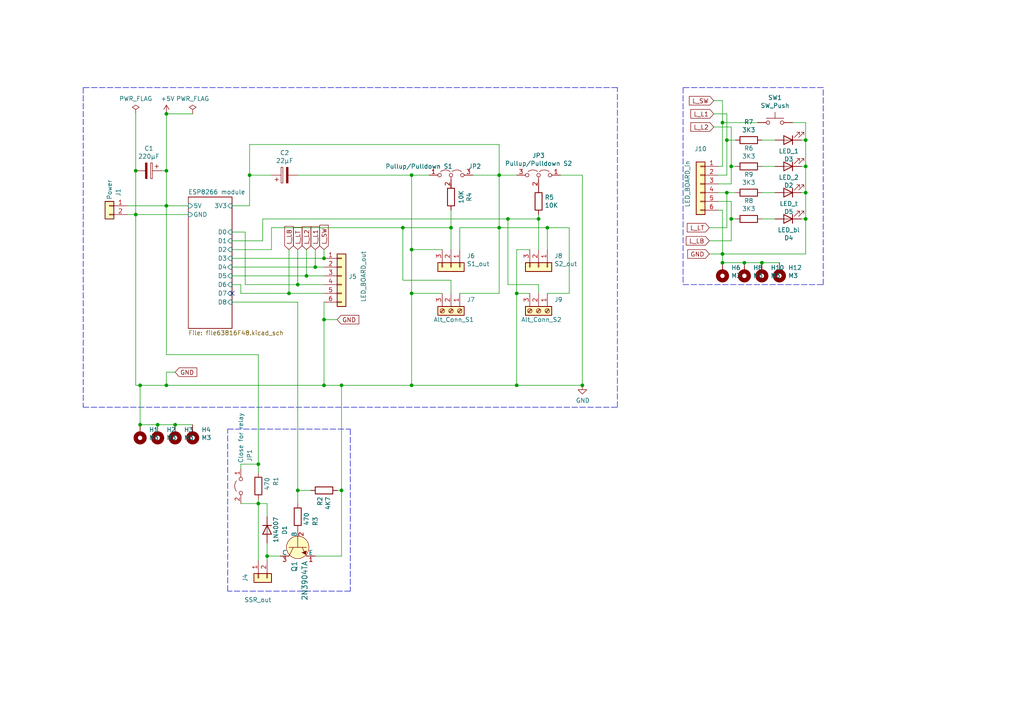
<source format=kicad_sch>
(kicad_sch (version 20211123) (generator eeschema)
  (paper "A4")
  (lib_symbols
    (symbol "Connector:Screw_Terminal_01x03" (pin_names (offset 1.016) hide)
      (property "Reference" "J" (at 0 5.08 0))
      (property "Value" "Screw_Terminal_01x03" (at 0 -5.08 0))
      (symbol "Screw_Terminal_01x03_1_1"
        (rectangle (start -1.27 3.81) (end 1.27 -3.81) (stroke (width 0.254)) (fill (type background)))
        (circle (center 0 -2.54) (radius 0.635) (stroke (width 0.1524)))
        (polyline (pts (xy -0.5334 -2.2098) (xy 0.3302 -3.048)) (stroke (width 0.1524)))
        (polyline (pts (xy -0.5334 0.3302) (xy 0.3302 -0.508)) (stroke (width 0.1524)))
        (polyline (pts (xy -0.5334 2.8702) (xy 0.3302 2.032)) (stroke (width 0.1524)))
        (polyline (pts (xy -0.3556 -2.032) (xy 0.508 -2.8702)) (stroke (width 0.1524)))
        (polyline (pts (xy -0.3556 0.508) (xy 0.508 -0.3302)) (stroke (width 0.1524)))
        (polyline (pts (xy -0.3556 3.048) (xy 0.508 2.2098)) (stroke (width 0.1524)))
        (circle (center 0 0) (radius 0.635) (stroke (width 0.1524)))
        (circle (center 0 2.54) (radius 0.635) (stroke (width 0.1524)))
        (pin passive line (at -5.08 2.54 0) (length 3.81) (name "Pin_1") (number "1"))
        (pin passive line (at -5.08 0 0) (length 3.81) (name "Pin_2") (number "2"))
        (pin passive line (at -5.08 -2.54 0) (length 3.81) (name "Pin_3") (number "3"))
      )
    )
    (symbol "Connector_Generic:Conn_01x02" (pin_names (offset 1.016) hide)
      (property "Reference" "J" (at 0 2.54 0))
      (property "Value" "Conn_01x02" (at 0 -5.08 0))
      (symbol "Conn_01x02_1_1"
        (rectangle (start -1.27 -2.413) (end 0 -2.667) (stroke (width 0.1524)))
        (rectangle (start -1.27 0.127) (end 0 -0.127) (stroke (width 0.1524)))
        (rectangle (start -1.27 1.27) (end 1.27 -3.81) (stroke (width 0.254)) (fill (type background)))
        (pin passive line (at -5.08 0 0) (length 3.81) (name "Pin_1") (number "1"))
        (pin passive line (at -5.08 -2.54 0) (length 3.81) (name "Pin_2") (number "2"))
      )
    )
    (symbol "Connector_Generic:Conn_01x03" (pin_names (offset 1.016) hide)
      (property "Reference" "J" (at 0 5.08 0))
      (property "Value" "Conn_01x03" (at 0 -5.08 0))
      (symbol "Conn_01x03_1_1"
        (rectangle (start -1.27 -2.413) (end 0 -2.667) (stroke (width 0.1524)))
        (rectangle (start -1.27 0.127) (end 0 -0.127) (stroke (width 0.1524)))
        (rectangle (start -1.27 2.667) (end 0 2.413) (stroke (width 0.1524)))
        (rectangle (start -1.27 3.81) (end 1.27 -3.81) (stroke (width 0.254)) (fill (type background)))
        (pin passive line (at -5.08 2.54 0) (length 3.81) (name "Pin_1") (number "1"))
        (pin passive line (at -5.08 0 0) (length 3.81) (name "Pin_2") (number "2"))
        (pin passive line (at -5.08 -2.54 0) (length 3.81) (name "Pin_3") (number "3"))
      )
    )
    (symbol "Connector_Generic:Conn_01x06" (pin_names (offset 1.016) hide)
      (property "Reference" "J" (at 0 7.62 0))
      (property "Value" "Conn_01x06" (at 0 -10.16 0))
      (symbol "Conn_01x06_1_1"
        (rectangle (start -1.27 -7.493) (end 0 -7.747) (stroke (width 0.1524)))
        (rectangle (start -1.27 -4.953) (end 0 -5.207) (stroke (width 0.1524)))
        (rectangle (start -1.27 -2.413) (end 0 -2.667) (stroke (width 0.1524)))
        (rectangle (start -1.27 0.127) (end 0 -0.127) (stroke (width 0.1524)))
        (rectangle (start -1.27 2.667) (end 0 2.413) (stroke (width 0.1524)))
        (rectangle (start -1.27 5.207) (end 0 4.953) (stroke (width 0.1524)))
        (rectangle (start -1.27 6.35) (end 1.27 -8.89) (stroke (width 0.254)) (fill (type background)))
        (pin passive line (at -5.08 5.08 0) (length 3.81) (name "Pin_1") (number "1"))
        (pin passive line (at -5.08 2.54 0) (length 3.81) (name "Pin_2") (number "2"))
        (pin passive line (at -5.08 0 0) (length 3.81) (name "Pin_3") (number "3"))
        (pin passive line (at -5.08 -2.54 0) (length 3.81) (name "Pin_4") (number "4"))
        (pin passive line (at -5.08 -5.08 0) (length 3.81) (name "Pin_5") (number "5"))
        (pin passive line (at -5.08 -7.62 0) (length 3.81) (name "Pin_6") (number "6"))
      )
    )
    (symbol "Device:D" (pin_numbers hide) (pin_names (offset 1.016) hide)
      (property "Reference" "D" (at 0 2.54 0))
      (property "Value" "D" (at 0 -2.54 0))
      (symbol "D_0_1"
        (polyline (pts (xy -1.27 1.27) (xy -1.27 -1.27)) (stroke (width 0.254)))
        (polyline (pts (xy 1.27 0) (xy -1.27 0)))
        (polyline (pts (xy 1.27 1.27) (xy 1.27 -1.27) (xy -1.27 0) (xy 1.27 1.27)) (stroke (width 0.254)))
      )
      (symbol "D_1_1"
        (pin passive line (at -3.81 0 0) (length 2.54) (name "K") (number "1"))
        (pin passive line (at 3.81 0 180) (length 2.54) (name "A") (number "2"))
      )
    )
    (symbol "Device:LED" (pin_numbers hide) (pin_names (offset 1.016) hide)
      (property "Reference" "D" (at 0 2.54 0))
      (property "Value" "LED" (at 0 -2.54 0))
      (symbol "LED_0_1"
        (polyline (pts (xy -1.27 -1.27) (xy -1.27 1.27)) (stroke (width 0.254)))
        (polyline (pts (xy -1.27 0) (xy 1.27 0)))
        (polyline (pts (xy 1.27 -1.27) (xy 1.27 1.27) (xy -1.27 0) (xy 1.27 -1.27)) (stroke (width 0.254)))
        (polyline (pts (xy -3.048 -0.762) (xy -4.572 -2.286) (xy -3.81 -2.286) (xy -4.572 -2.286) (xy -4.572 -1.524)))
        (polyline (pts (xy -1.778 -0.762) (xy -3.302 -2.286) (xy -2.54 -2.286) (xy -3.302 -2.286) (xy -3.302 -1.524)))
      )
      (symbol "LED_1_1"
        (pin passive line (at -3.81 0 0) (length 2.54) (name "K") (number "1"))
        (pin passive line (at 3.81 0 180) (length 2.54) (name "A") (number "2"))
      )
    )
    (symbol "Device:R" (pin_numbers hide) (pin_names (offset 0))
      (property "Reference" "R" (at 2.032 0 90))
      (property "Value" "R" (at 0 0 90))
      (symbol "R_0_1"
        (rectangle (start -1.016 -2.54) (end 1.016 2.54) (stroke (width 0.254)))
      )
      (symbol "R_1_1"
        (pin passive line (at 0 3.81 270) (length 1.27) (name "~") (number "1"))
        (pin passive line (at 0 -3.81 90) (length 1.27) (name "~") (number "2"))
      )
    )
    (symbol "DewAir-rescue:CP-Device" (pin_numbers hide) (pin_names (offset 0.254))
      (property "Reference" "C" (at 0.635 2.54 0))
      (property "Value" "CP-Device" (at 0.635 -2.54 0))
      (symbol "CP-Device_0_1"
        (rectangle (start -2.286 0.508) (end 2.286 1.016))
        (polyline (pts (xy -1.778 2.286) (xy -0.762 2.286)))
        (polyline (pts (xy -1.27 2.794) (xy -1.27 1.778)))
        (rectangle (start 2.286 -0.508) (end -2.286 -1.016) (fill (type outline)))
      )
      (symbol "CP-Device_1_1"
        (pin passive line (at 0 3.81 270) (length 2.794) (name "~") (number "1"))
        (pin passive line (at 0 -3.81 90) (length 2.794) (name "~") (number "2"))
      )
    )
    (symbol "DewAir-rescue:Jumper_3_Open-Jumper" (pin_names (offset 0) hide)
      (property "Reference" "JP" (at -2.54 -2.54 0))
      (property "Value" "Jumper_3_Open-Jumper" (at 0 2.794 0))
      (symbol "Jumper_3_Open-Jumper_0_0"
        (circle (center -3.302 0) (radius 0.508))
        (circle (center 0 0) (radius 0.508))
        (circle (center 3.302 0) (radius 0.508))
      )
      (symbol "Jumper_3_Open-Jumper_0_1"
        (arc (start -0.254 1.016) (mid -1.651 1.4992) (end -3.048 1.016))
        (polyline (pts (xy 0 -0.508) (xy 0 -1.27)))
        (arc (start 3.048 1.016) (mid 1.651 1.4992) (end 0.254 1.016))
      )
      (symbol "Jumper_3_Open-Jumper_1_1"
        (pin passive line (at -6.35 0 0) (length 2.54) (name "A") (number "1"))
        (pin input line (at 0 -3.81 90) (length 2.54) (name "C") (number "2"))
        (pin passive line (at 6.35 0 180) (length 2.54) (name "B") (number "3"))
      )
    )
    (symbol "Jumper:Jumper_2_Open" (pin_names (offset 0) hide)
      (property "Reference" "JP" (at 0 2.794 0))
      (property "Value" "Jumper_2_Open" (at 0 -2.286 0))
      (symbol "Jumper_2_Open_0_0"
        (circle (center -2.032 0) (radius 0.508))
        (circle (center 2.032 0) (radius 0.508))
      )
      (symbol "Jumper_2_Open_0_1"
        (arc (start 1.524 1.27) (mid 0 1.778) (end -1.524 1.27))
      )
      (symbol "Jumper_2_Open_1_1"
        (pin passive line (at -5.08 0 0) (length 2.54) (name "A") (number "1"))
        (pin passive line (at 5.08 0 180) (length 2.54) (name "B") (number "2"))
      )
    )
    (symbol "Mechanical:MountingHole_Pad" (pin_numbers hide) (pin_names (offset 1.016) hide)
      (property "Reference" "H" (at 0 6.35 0))
      (property "Value" "MountingHole_Pad" (at 0 4.445 0))
      (symbol "MountingHole_Pad_0_1"
        (circle (center 0 1.27) (radius 1.27) (stroke (width 1.27)))
      )
      (symbol "MountingHole_Pad_1_1"
        (pin input line (at 0 -2.54 90) (length 2.54) (name "1") (number "1"))
      )
    )
    (symbol "Switch:SW_Push" (pin_numbers hide) (pin_names (offset 1.016) hide)
      (property "Reference" "SW" (at 1.27 2.54 0))
      (property "Value" "SW_Push" (at 0 -1.524 0))
      (symbol "SW_Push_0_1"
        (circle (center -2.032 0) (radius 0.508))
        (polyline (pts (xy 0 1.27) (xy 0 3.048)))
        (polyline (pts (xy 2.54 1.27) (xy -2.54 1.27)))
        (circle (center 2.032 0) (radius 0.508))
        (pin passive line (at -5.08 0 0) (length 2.54) (name "1") (number "1"))
        (pin passive line (at 5.08 0 180) (length 2.54) (name "2") (number "2"))
      )
    )
    (symbol "dk_Transistors-Bipolar-BJT-Single:2N3904TA" (pin_names (offset 0))
      (property "Reference" "Q" (at -3.2004 4.2164 0))
      (property "Value" "2N3904TA" (at 5.2324 0 90))
      (symbol "2N3904TA_0_1"
        (polyline (pts (xy -3.81 0) (xy -2.54 0)))
        (polyline (pts (xy -3.556 0) (xy 0 0)))
        (polyline (pts (xy 0 -1.27) (xy 2.54 -2.54)))
        (polyline (pts (xy 0 1.27) (xy 2.54 2.54)))
        (polyline (pts (xy 0 2.54) (xy 0 -2.54)))
        (polyline (pts (xy 1.524 -1.27) (xy 2.032 -2.286) (xy 1.016 -2.54) (xy 1.524 -1.27)) (fill (type outline)))
        (circle (center 0 0) (radius 3.2512) (fill (type background)))
      )
      (symbol "2N3904TA_1_1"
        (pin passive line (at 2.54 -5.08 90) (length 2.54) (name "E") (number "1"))
        (pin input line (at -5.08 0 0) (length 2.54) (name "B") (number "2"))
        (pin passive line (at 2.54 5.08 270) (length 2.54) (name "C") (number "3"))
      )
    )
    (symbol "power:+5V" (power) (pin_names (offset 0))
      (property "Value" "+5V" (at 0 3.556 0))
      (symbol "+5V_0_1"
        (polyline (pts (xy -0.762 1.27) (xy 0 2.54)))
        (polyline (pts (xy 0 0) (xy 0 2.54)))
        (polyline (pts (xy 0 2.54) (xy 0.762 1.27)))
      )
      (symbol "+5V_1_1"
        (pin power_in line (at 0 0 90) (length 0) hide (name "+5V") (number "1"))
      )
    )
    (symbol "power:GND" (power) (pin_names (offset 0))
      (property "Value" "GND" (at 0 -3.81 0))
      (symbol "GND_0_1"
        (polyline (pts (xy 0 0) (xy 0 -1.27) (xy 1.27 -1.27) (xy 0 -2.54) (xy -1.27 -1.27) (xy 0 -1.27)))
      )
      (symbol "GND_1_1"
        (pin power_in line (at 0 0 270) (length 0) hide (name "GND") (number "1"))
      )
    )
    (symbol "power:PWR_FLAG" (power) (pin_numbers hide) (pin_names (offset 0) hide)
      (property "Value" "PWR_FLAG" (at 0 3.81 0))
      (symbol "PWR_FLAG_0_0"
        (pin power_out line (at 0 0 90) (length 0) (name "pwr") (number "1"))
      )
      (symbol "PWR_FLAG_0_1"
        (polyline (pts (xy 0 0) (xy 0 1.27) (xy -1.016 1.905) (xy 0 2.54) (xy 1.016 1.905) (xy 0 1.27)))
      )
    )
  )
  (junction (at 77.47 161.29))
  (junction (at 119.38 50.8))
  (junction (at 86.36 142.24))
  (junction (at 50.8 123.19))
  (junction (at 210.82 55.88))
  (junction (at 40.64 123.19))
  (junction (at 91.44 77.47))
  (junction (at 149.86 111.76))
  (junction (at 233.68 55.88))
  (junction (at 156.21 63.5))
  (junction (at 86.36 82.55))
  (junction (at 119.38 111.76))
  (junction (at 48.26 49.53))
  (junction (at 88.9 80.01))
  (junction (at 48.26 111.76))
  (junction (at 48.26 33.02))
  (junction (at 72.39 50.8))
  (junction (at 119.38 85.09))
  (junction (at 93.98 111.76))
  (junction (at 209.55 76.2))
  (junction (at 39.37 49.53))
  (junction (at 149.86 85.09))
  (junction (at 212.09 48.26))
  (junction (at 93.98 92.71))
  (junction (at 209.55 73.66))
  (junction (at 40.64 111.76))
  (junction (at 130.81 66.04))
  (junction (at 233.68 40.64))
  (junction (at 83.82 85.09))
  (junction (at 119.38 72.39))
  (junction (at 233.68 48.26))
  (junction (at 215.9 76.2))
  (junction (at 74.93 146.05))
  (junction (at 233.68 63.5))
  (junction (at 116.84 66.04))
  (junction (at 210.82 40.64))
  (junction (at 74.93 134.62))
  (junction (at 158.75 66.04))
  (junction (at 48.26 59.69))
  (junction (at 39.37 62.23))
  (junction (at 220.98 76.2))
  (junction (at 99.06 111.76))
  (junction (at 99.06 142.24))
  (junction (at 212.09 63.5))
  (junction (at 144.78 66.04))
  (junction (at 144.78 50.8))
  (junction (at 93.98 74.93))
  (junction (at 209.55 35.56))
  (junction (at 168.91 111.76))
  (junction (at 45.72 123.19))
  (junction (at 147.32 63.5))
  (no_connect (at 67.31 85.09))
  (wire (pts (xy 232.41 55.88) (xy 233.68 55.88)))
  (wire (pts (xy 207.01 29.21) (xy 209.55 29.21)))
  (wire (pts (xy 209.55 73.66) (xy 209.55 60.96)))
  (wire (pts (xy 83.82 72.39) (xy 83.82 85.09)))
  (wire (pts (xy 128.27 72.39) (xy 119.38 72.39)))
  (wire (pts (xy 67.31 87.63) (xy 86.36 87.63)))
  (wire (pts (xy 220.98 63.5) (xy 224.79 63.5)))
  (wire (pts (xy 86.36 82.55) (xy 71.12 82.55)))
  (wire (pts (xy 93.98 82.55) (xy 86.36 82.55)))
  (wire (pts (xy 72.39 50.8) (xy 72.39 59.69)))
  (wire (pts (xy 205.74 69.85) (xy 212.09 69.85)))
  (wire (pts (xy 39.37 62.23) (xy 39.37 111.76)))
  (wire (pts (xy 209.55 48.26) (xy 208.28 48.26)))
  (wire (pts (xy 220.98 48.26) (xy 224.79 48.26)))
  (wire (pts (xy 48.26 111.76) (xy 93.98 111.76)))
  (wire (pts (xy 208.28 53.34) (xy 212.09 53.34)))
  (wire (pts (xy 210.82 40.64) (xy 210.82 50.8)))
  (wire (pts (xy 86.36 142.24) (xy 86.36 146.05)))
  (wire (pts (xy 207.01 33.02) (xy 210.82 33.02)))
  (wire (pts (xy 156.21 82.55) (xy 147.32 82.55)))
  (wire (pts (xy 153.67 85.09) (xy 149.86 85.09)))
  (wire (pts (xy 77.47 146.05) (xy 74.93 146.05)))
  (wire (pts (xy 93.98 85.09) (xy 83.82 85.09)))
  (wire (pts (xy 162.56 50.8) (xy 168.91 50.8)))
  (wire (pts (xy 74.93 146.05) (xy 74.93 162.56)))
  (wire (pts (xy 67.31 67.31) (xy 71.12 67.31)))
  (polyline (pts (xy 101.6 124.46) (xy 101.6 171.45)))
  (wire (pts (xy 165.1 85.09) (xy 165.1 66.04)))
  (wire (pts (xy 76.2 63.5) (xy 147.32 63.5)))
  (wire (pts (xy 130.81 53.34) (xy 130.81 54.61)))
  (wire (pts (xy 210.82 33.02) (xy 210.82 40.64)))
  (wire (pts (xy 54.61 62.23) (xy 39.37 62.23)))
  (wire (pts (xy 48.26 33.02) (xy 48.26 49.53)))
  (wire (pts (xy 99.06 111.76) (xy 119.38 111.76)))
  (wire (pts (xy 67.31 74.93) (xy 93.98 74.93)))
  (wire (pts (xy 158.75 66.04) (xy 158.75 72.39)))
  (wire (pts (xy 83.82 85.09) (xy 69.85 85.09)))
  (wire (pts (xy 97.79 142.24) (xy 99.06 142.24)))
  (polyline (pts (xy 24.13 25.4) (xy 24.13 118.11)))
  (wire (pts (xy 210.82 55.88) (xy 213.36 55.88)))
  (wire (pts (xy 67.31 77.47) (xy 91.44 77.47)))
  (wire (pts (xy 212.09 69.85) (xy 212.09 63.5)))
  (wire (pts (xy 69.85 146.05) (xy 74.93 146.05)))
  (wire (pts (xy 40.64 123.19) (xy 40.64 111.76)))
  (wire (pts (xy 130.81 66.04) (xy 130.81 72.39)))
  (wire (pts (xy 39.37 49.53) (xy 39.37 62.23)))
  (wire (pts (xy 36.83 62.23) (xy 39.37 62.23)))
  (wire (pts (xy 149.86 72.39) (xy 149.86 85.09)))
  (wire (pts (xy 207.01 36.83) (xy 212.09 36.83)))
  (wire (pts (xy 209.55 35.56) (xy 219.71 35.56)))
  (wire (pts (xy 91.44 72.39) (xy 91.44 77.47)))
  (wire (pts (xy 119.38 50.8) (xy 119.38 72.39)))
  (wire (pts (xy 149.86 50.8) (xy 144.78 50.8)))
  (wire (pts (xy 144.78 66.04) (xy 133.35 66.04)))
  (wire (pts (xy 119.38 85.09) (xy 119.38 111.76)))
  (wire (pts (xy 212.09 48.26) (xy 212.09 53.34)))
  (wire (pts (xy 220.98 76.2) (xy 215.9 76.2)))
  (wire (pts (xy 156.21 85.09) (xy 156.21 82.55)))
  (wire (pts (xy 86.36 50.8) (xy 119.38 50.8)))
  (wire (pts (xy 232.41 63.5) (xy 233.68 63.5)))
  (wire (pts (xy 48.26 59.69) (xy 54.61 59.69)))
  (wire (pts (xy 208.28 58.42) (xy 212.09 58.42)))
  (wire (pts (xy 144.78 50.8) (xy 144.78 66.04)))
  (wire (pts (xy 220.98 55.88) (xy 224.79 55.88)))
  (wire (pts (xy 144.78 66.04) (xy 158.75 66.04)))
  (wire (pts (xy 48.26 59.69) (xy 48.26 102.87)))
  (wire (pts (xy 69.85 134.62) (xy 74.93 134.62)))
  (polyline (pts (xy 101.6 171.45) (xy 66.04 171.45)))
  (wire (pts (xy 76.2 69.85) (xy 67.31 69.85)))
  (wire (pts (xy 45.72 123.19) (xy 50.8 123.19)))
  (wire (pts (xy 45.72 123.19) (xy 40.64 123.19)))
  (wire (pts (xy 78.74 66.04) (xy 78.74 72.39)))
  (wire (pts (xy 93.98 77.47) (xy 91.44 77.47)))
  (wire (pts (xy 99.06 111.76) (xy 99.06 142.24)))
  (wire (pts (xy 67.31 80.01) (xy 88.9 80.01)))
  (wire (pts (xy 205.74 73.66) (xy 209.55 73.66)))
  (wire (pts (xy 69.85 134.62) (xy 69.85 135.89)))
  (wire (pts (xy 233.68 48.26) (xy 233.68 55.88)))
  (wire (pts (xy 48.26 49.53) (xy 48.26 59.69)))
  (wire (pts (xy 209.55 60.96) (xy 208.28 60.96)))
  (wire (pts (xy 232.41 48.26) (xy 233.68 48.26)))
  (wire (pts (xy 78.74 72.39) (xy 67.31 72.39)))
  (wire (pts (xy 149.86 111.76) (xy 168.91 111.76)))
  (wire (pts (xy 149.86 72.39) (xy 153.67 72.39)))
  (wire (pts (xy 67.31 82.55) (xy 69.85 82.55)))
  (wire (pts (xy 97.79 92.71) (xy 93.98 92.71)))
  (wire (pts (xy 209.55 73.66) (xy 209.55 76.2)))
  (wire (pts (xy 209.55 76.2) (xy 215.9 76.2)))
  (wire (pts (xy 158.75 85.09) (xy 165.1 85.09)))
  (wire (pts (xy 128.27 85.09) (xy 119.38 85.09)))
  (wire (pts (xy 71.12 82.55) (xy 71.12 67.31)))
  (wire (pts (xy 130.81 60.96) (xy 130.81 66.04)))
  (wire (pts (xy 72.39 59.69) (xy 67.31 59.69)))
  (wire (pts (xy 74.93 144.78) (xy 74.93 146.05)))
  (wire (pts (xy 74.93 102.87) (xy 74.93 134.62)))
  (wire (pts (xy 124.46 50.8) (xy 119.38 50.8)))
  (wire (pts (xy 99.06 142.24) (xy 99.06 161.29)))
  (wire (pts (xy 220.98 40.64) (xy 224.79 40.64)))
  (wire (pts (xy 78.74 66.04) (xy 116.84 66.04)))
  (wire (pts (xy 156.21 63.5) (xy 156.21 72.39)))
  (wire (pts (xy 36.83 59.69) (xy 48.26 59.69)))
  (wire (pts (xy 46.99 49.53) (xy 48.26 49.53)))
  (wire (pts (xy 144.78 41.91) (xy 144.78 50.8)))
  (wire (pts (xy 93.98 80.01) (xy 88.9 80.01)))
  (wire (pts (xy 50.8 107.95) (xy 48.26 107.95)))
  (wire (pts (xy 147.32 82.55) (xy 147.32 63.5)))
  (wire (pts (xy 77.47 161.29) (xy 77.47 162.56)))
  (wire (pts (xy 130.81 81.28) (xy 116.84 81.28)))
  (wire (pts (xy 78.74 50.8) (xy 72.39 50.8)))
  (wire (pts (xy 209.55 35.56) (xy 209.55 48.26)))
  (wire (pts (xy 40.64 111.76) (xy 48.26 111.76)))
  (wire (pts (xy 86.36 142.24) (xy 86.36 87.63)))
  (wire (pts (xy 77.47 161.29) (xy 77.47 157.48)))
  (wire (pts (xy 210.82 40.64) (xy 213.36 40.64)))
  (polyline (pts (xy 66.04 124.46) (xy 101.6 124.46)))
  (wire (pts (xy 232.41 40.64) (xy 233.68 40.64)))
  (wire (pts (xy 212.09 36.83) (xy 212.09 48.26)))
  (wire (pts (xy 93.98 72.39) (xy 93.98 74.93)))
  (wire (pts (xy 233.68 55.88) (xy 233.68 63.5)))
  (polyline (pts (xy 198.12 82.55) (xy 238.76 82.55)))
  (wire (pts (xy 39.37 33.02) (xy 39.37 49.53)))
  (wire (pts (xy 93.98 111.76) (xy 99.06 111.76)))
  (wire (pts (xy 133.35 66.04) (xy 133.35 72.39)))
  (wire (pts (xy 149.86 85.09) (xy 149.86 111.76)))
  (polyline (pts (xy 66.04 171.45) (xy 66.04 124.46)))
  (wire (pts (xy 233.68 35.56) (xy 233.68 40.64)))
  (wire (pts (xy 209.55 29.21) (xy 209.55 35.56)))
  (wire (pts (xy 81.28 161.29) (xy 77.47 161.29)))
  (wire (pts (xy 119.38 72.39) (xy 119.38 85.09)))
  (wire (pts (xy 208.28 55.88) (xy 210.82 55.88)))
  (polyline (pts (xy 238.76 82.55) (xy 238.76 25.4)))
  (wire (pts (xy 76.2 63.5) (xy 76.2 69.85)))
  (wire (pts (xy 165.1 66.04) (xy 158.75 66.04)))
  (wire (pts (xy 72.39 41.91) (xy 144.78 41.91)))
  (wire (pts (xy 55.88 123.19) (xy 50.8 123.19)))
  (wire (pts (xy 116.84 66.04) (xy 130.81 66.04)))
  (wire (pts (xy 119.38 111.76) (xy 149.86 111.76)))
  (polyline (pts (xy 179.07 118.11) (xy 179.07 25.4)))
  (wire (pts (xy 226.06 76.2) (xy 220.98 76.2)))
  (wire (pts (xy 91.44 161.29) (xy 99.06 161.29)))
  (wire (pts (xy 168.91 50.8) (xy 168.91 111.76)))
  (wire (pts (xy 90.17 142.24) (xy 86.36 142.24)))
  (wire (pts (xy 212.09 63.5) (xy 213.36 63.5)))
  (wire (pts (xy 233.68 40.64) (xy 233.68 48.26)))
  (wire (pts (xy 55.88 33.02) (xy 48.26 33.02)))
  (wire (pts (xy 72.39 50.8) (xy 72.39 41.91)))
  (wire (pts (xy 209.55 73.66) (xy 233.68 73.66)))
  (wire (pts (xy 212.09 58.42) (xy 212.09 63.5)))
  (wire (pts (xy 39.37 111.76) (xy 40.64 111.76)))
  (wire (pts (xy 133.35 85.09) (xy 144.78 85.09)))
  (wire (pts (xy 69.85 85.09) (xy 69.85 82.55)))
  (polyline (pts (xy 24.13 118.11) (xy 179.07 118.11)))
  (wire (pts (xy 210.82 66.04) (xy 210.82 55.88)))
  (polyline (pts (xy 179.07 25.4) (xy 24.13 25.4)))
  (wire (pts (xy 88.9 72.39) (xy 88.9 80.01)))
  (wire (pts (xy 233.68 63.5) (xy 233.68 73.66)))
  (wire (pts (xy 86.36 72.39) (xy 86.36 82.55)))
  (wire (pts (xy 74.93 137.16) (xy 74.93 134.62)))
  (wire (pts (xy 212.09 48.26) (xy 213.36 48.26)))
  (wire (pts (xy 48.26 102.87) (xy 74.93 102.87)))
  (wire (pts (xy 144.78 85.09) (xy 144.78 66.04)))
  (polyline (pts (xy 238.76 25.4) (xy 198.12 25.4)))
  (wire (pts (xy 205.74 66.04) (xy 210.82 66.04)))
  (wire (pts (xy 77.47 146.05) (xy 77.47 149.86)))
  (wire (pts (xy 210.82 50.8) (xy 208.28 50.8)))
  (wire (pts (xy 130.81 85.09) (xy 130.81 81.28)))
  (polyline (pts (xy 198.12 25.4) (xy 198.12 82.55)))
  (wire (pts (xy 147.32 63.5) (xy 156.21 63.5)))
  (wire (pts (xy 116.84 81.28) (xy 116.84 66.04)))
  (wire (pts (xy 137.16 50.8) (xy 144.78 50.8)))
  (wire (pts (xy 156.21 62.23) (xy 156.21 63.5)))
  (wire (pts (xy 93.98 92.71) (xy 93.98 111.76)))
  (wire (pts (xy 93.98 92.71) (xy 93.98 87.63)))
  (wire (pts (xy 229.87 35.56) (xy 233.68 35.56)))
  (wire (pts (xy 48.26 107.95) (xy 48.26 111.76)))
  (global_label "L_LB" (shape input) (at 205.74 69.85 180) (property "Intersheet References" "${INTERSHEET_REFS}" (effects hide)))
  (global_label "L_SW" (shape input) (at 207.01 29.21 180) (property "Intersheet References" "${INTERSHEET_REFS}" (effects hide)))
  (global_label "L_LT" (shape input) (at 86.36 72.39 90) (property "Intersheet References" "${INTERSHEET_REFS}" (effects hide)))
  (global_label "L_L1" (shape input) (at 207.01 33.02 180) (property "Intersheet References" "${INTERSHEET_REFS}" (effects hide)))
  (global_label "L_L2" (shape input) (at 207.01 36.83 180) (property "Intersheet References" "${INTERSHEET_REFS}" (effects hide)))
  (global_label "GND" (shape input) (at 97.79 92.71 0) (property "Intersheet References" "${INTERSHEET_REFS}" (effects hide)))
  (global_label "L_LB" (shape input) (at 83.82 72.39 90) (property "Intersheet References" "${INTERSHEET_REFS}" (effects hide)))
  (global_label "GND" (shape input) (at 205.74 73.66 180) (property "Intersheet References" "${INTERSHEET_REFS}" (effects hide)))
  (global_label "L_L2" (shape input) (at 88.9 72.39 90) (property "Intersheet References" "${INTERSHEET_REFS}" (effects hide)))
  (global_label "L_SW" (shape input) (at 93.98 72.39 90) (property "Intersheet References" "${INTERSHEET_REFS}" (effects hide)))
  (global_label "L_LT" (shape input) (at 205.74 66.04 180) (property "Intersheet References" "${INTERSHEET_REFS}" (effects hide)))
  (global_label "GND" (shape input) (at 50.8 107.95 0) (property "Intersheet References" "${INTERSHEET_REFS}" (effects hide)))
  (global_label "L_L1" (shape input) (at 91.44 72.39 90) (property "Intersheet References" "${INTERSHEET_REFS}" (effects hide)))
  (symbol (lib_id "Device:LED") (at 228.6 55.88 180) (unit 1)
    (property "Reference" "D5" (at 228.7778 61.3918 0))
    (property "Value" "LED_t" (at 228.7778 59.0804 0))
    (property "Footprint" "LEDs:LED_D3.0mm" (effects hide))
  )
  (symbol (lib_id "Device:LED") (at 228.6 63.5 180) (unit 1)
    (property "Reference" "D4" (at 228.7778 69.0118 0))
    (property "Value" "LED_bl" (at 228.7778 66.7004 0))
    (property "Footprint" "LEDs:LED_D3.0mm" (effects hide))
  )
  (symbol (lib_id "Device:LED") (at 228.6 40.64 180) (unit 1)
    (property "Reference" "D3" (at 228.7778 46.1518 0))
    (property "Value" "LED_1" (at 228.7778 43.8404 0))
    (property "Footprint" "LEDs:LED_D3.0mm" (effects hide))
  )
  (symbol (lib_id "Device:LED") (at 228.6 48.26 180) (unit 1)
    (property "Reference" "D2" (at 228.7778 53.7718 0))
    (property "Value" "LED_2" (at 228.7778 51.4604 0))
    (property "Footprint" "LEDs:LED_D3.0mm" (effects hide))
  )
  (symbol (lib_id "Device:R") (at 217.17 48.26 270) (unit 1)
    (property "Reference" "R6" (at 217.17 43.0022 90))
    (property "Value" "3K3" (at 217.17 45.3136 90))
    (property "Footprint" "Resistors_THT:R_Axial_DIN0207_L6.3mm_D2.5mm_P7.62mm_Horizontal" (effects hide))
  )
  (symbol (lib_id "Device:R") (at 217.17 40.64 270) (unit 1)
    (property "Reference" "R7" (at 217.17 35.3822 90))
    (property "Value" "3K3" (at 217.17 37.6936 90))
    (property "Footprint" "Resistors_THT:R_Axial_DIN0207_L6.3mm_D2.5mm_P7.62mm_Horizontal" (effects hide))
  )
  (symbol (lib_id "Device:R") (at 217.17 63.5 270) (unit 1)
    (property "Reference" "R8" (at 217.17 58.2422 90))
    (property "Value" "3K3" (at 217.17 60.5536 90))
    (property "Footprint" "Resistors_THT:R_Axial_DIN0207_L6.3mm_D2.5mm_P7.62mm_Horizontal" (effects hide))
  )
  (symbol (lib_id "Device:R") (at 217.17 55.88 270) (unit 1)
    (property "Reference" "R9" (at 217.17 50.6222 90))
    (property "Value" "3K3" (at 217.17 52.9336 90))
    (property "Footprint" "Resistors_THT:R_Axial_DIN0207_L6.3mm_D2.5mm_P7.62mm_Horizontal" (effects hide))
  )
  (symbol (lib_id "Switch:SW_Push") (at 224.79 35.56 0) (unit 1)
    (property "Reference" "SW1" (at 224.79 28.321 0))
    (property "Value" "SW_Push" (at 224.79 30.6324 0))
    (property "Footprint" "Buttons_Switches_THT:SW_PUSH_6mm_h9.5mm" (effects hide))
  )
  (symbol (lib_id "DewAir-rescue:Jumper_3_Open-Jumper") (at 156.21 50.8 0) (mirror y) (unit 1)
    (property "Reference" "JP3" (at 156.21 45.1104 0))
    (property "Value" "Pullup/Pulldown S2" (at 156.21 47.4218 0))
    (property "Footprint" "Pin_Headers:Pin_Header_Straight_1x03_Pitch2.54mm" (effects hide))
  )
  (symbol (lib_id "DewAir-rescue:Jumper_3_Open-Jumper") (at 130.81 50.8 0) (unit 1)
    (property "Reference" "JP2" (at 135.89 48.26 0) (effects (justify left)))
    (property "Value" "Pullup/Pulldown S1" (at 111.76 48.26 0) (effects (justify left)))
    (property "Footprint" "Pin_Headers:Pin_Header_Straight_1x03_Pitch2.54mm" (effects hide))
  )
  (symbol (lib_id "Device:R") (at 130.81 57.15 180) (unit 1)
    (property "Reference" "R4" (at 136.0678 57.15 90))
    (property "Value" "10K" (at 133.7564 57.15 90))
    (property "Footprint" "Resistors_THT:R_Axial_DIN0207_L6.3mm_D2.5mm_P7.62mm_Horizontal" (effects hide))
  )
  (symbol (lib_id "Device:R") (at 156.21 58.42 0) (unit 1)
    (property "Reference" "R5" (at 157.988 57.2516 0) (effects (justify left)))
    (property "Value" "10K" (at 157.988 59.563 0) (effects (justify left)))
    (property "Footprint" "Resistors_THT:R_Axial_DIN0207_L6.3mm_D2.5mm_P7.62mm_Horizontal" (effects hide))
  )
  (symbol (lib_id "power:+5V") (at 48.26 33.02 0) (unit 1)
    (property "Reference" "#PWR01" (effects hide))
    (property "Value" "+5V" (at 48.641 28.6258 0))
  )
  (symbol (lib_id "Jumper:Jumper_2_Open") (at 69.85 140.97 90) (mirror x) (unit 1)
    (property "Reference" "JP1" (at 72.39 132.08 0))
    (property "Value" "Close for relay" (at 69.85 127 0))
    (property "Footprint" "Pin_Headers:Pin_Header_Straight_1x02_Pitch2.54mm" (effects hide))
  )
  (symbol (lib_id "Device:R") (at 93.98 142.24 90) (mirror x) (unit 1)
    (property "Reference" "R2" (at 92.8116 144.018 0) (effects (justify left)))
    (property "Value" "4K7" (at 95.123 144.018 0) (effects (justify left)))
    (property "Footprint" "Resistors_THT:R_Axial_DIN0207_L6.3mm_D2.5mm_P7.62mm_Horizontal" (effects hide))
  )
  (symbol (lib_id "Device:R") (at 86.36 149.86 0) (mirror x) (unit 1)
    (property "Reference" "R3" (at 91.44 149.86 90) (effects (justify left)))
    (property "Value" "470" (at 88.9 148.59 90) (effects (justify left)))
    (property "Footprint" "Resistors_THT:R_Axial_DIN0207_L6.3mm_D2.5mm_P7.62mm_Horizontal" (effects hide))
  )
  (symbol (lib_id "Connector_Generic:Conn_01x06") (at 99.06 80.01 0) (unit 1)
    (property "Reference" "J5" (at 101.092 80.2132 0) (effects (justify left)))
    (property "Value" "LED_BOARD_out" (at 105.41 87.63 90) (effects (justify left)))
    (property "Footprint" "Pin_Headers:Pin_Header_Straight_1x06_Pitch2.54mm" (effects hide))
  )
  (symbol (lib_id "Mechanical:MountingHole_Pad") (at 40.64 125.73 180) (unit 1)
    (property "Reference" "H1" (at 43.18 124.6378 0) (effects (justify right)))
    (property "Value" "M3" (at 43.18 126.9492 0) (effects (justify right)))
    (property "Footprint" "Mounting_Holes:MountingHole_3.2mm_M3_DIN965_Pad" (effects hide))
  )
  (symbol (lib_id "Connector_Generic:Conn_01x06") (at 203.2 53.34 0) (mirror y) (unit 1)
    (property "Reference" "J10" (at 203.2 43.18 0))
    (property "Value" "LED_BOARD_in" (at 199.39 53.34 90))
    (property "Footprint" "Pin_Headers:Pin_Header_Straight_1x06_Pitch2.54mm" (effects hide))
  )
  (symbol (lib_id "Mechanical:MountingHole_Pad") (at 45.72 125.73 180) (unit 1)
    (property "Reference" "H2" (at 48.26 124.6378 0) (effects (justify right)))
    (property "Value" "M3" (at 48.26 126.9492 0) (effects (justify right)))
    (property "Footprint" "Mounting_Holes:MountingHole_3.2mm_M3_DIN965_Pad" (effects hide))
  )
  (symbol (lib_id "Mechanical:MountingHole_Pad") (at 50.8 125.73 180) (unit 1)
    (property "Reference" "H3" (at 53.34 124.6378 0) (effects (justify right)))
    (property "Value" "M3" (at 53.34 126.9492 0) (effects (justify right)))
    (property "Footprint" "Mounting_Holes:MountingHole_3.2mm_M3_DIN965_Pad" (effects hide))
  )
  (symbol (lib_id "Mechanical:MountingHole_Pad") (at 55.88 125.73 180) (unit 1)
    (property "Reference" "H4" (at 58.42 124.6378 0) (effects (justify right)))
    (property "Value" "M3" (at 58.42 126.9492 0) (effects (justify right)))
    (property "Footprint" "Mounting_Holes:MountingHole_3.2mm_M3_DIN965_Pad" (effects hide))
  )
  (symbol (lib_id "Mechanical:MountingHole_Pad") (at 209.55 78.74 180) (unit 1)
    (property "Reference" "H6" (at 212.09 77.6478 0) (effects (justify right)))
    (property "Value" "M3" (at 212.09 79.9592 0) (effects (justify right)))
    (property "Footprint" "Mounting_Holes:MountingHole_3.2mm_M3_DIN965_Pad" (effects hide))
  )
  (symbol (lib_id "Mechanical:MountingHole_Pad") (at 215.9 78.74 180) (unit 1)
    (property "Reference" "H8" (at 218.44 77.6478 0) (effects (justify right)))
    (property "Value" "M3" (at 218.44 79.9592 0) (effects (justify right)))
    (property "Footprint" "Mounting_Holes:MountingHole_3.2mm_M3_DIN965_Pad" (effects hide))
  )
  (symbol (lib_id "Mechanical:MountingHole_Pad") (at 220.98 78.74 180) (unit 1)
    (property "Reference" "H10" (at 223.52 77.6478 0) (effects (justify right)))
    (property "Value" "M3" (at 223.52 79.9592 0) (effects (justify right)))
    (property "Footprint" "Mounting_Holes:MountingHole_3.2mm_M3_DIN965_Pad" (effects hide))
  )
  (symbol (lib_id "Mechanical:MountingHole_Pad") (at 226.06 78.74 180) (unit 1)
    (property "Reference" "H12" (at 228.6 77.6478 0) (effects (justify right)))
    (property "Value" "M3" (at 228.6 79.9592 0) (effects (justify right)))
    (property "Footprint" "Mounting_Holes:MountingHole_3.2mm_M3_DIN965_Pad" (effects hide))
  )
  (symbol (lib_id "Device:R") (at 74.93 140.97 0) (mirror y) (unit 1)
    (property "Reference" "R1" (at 80.01 140.97 90) (effects (justify left)))
    (property "Value" "470" (at 77.47 142.24 90) (effects (justify left)))
    (property "Footprint" "Resistors_THT:R_Axial_DIN0207_L6.3mm_D2.5mm_P7.62mm_Horizontal" (effects hide))
  )
  (symbol (lib_id "Connector_Generic:Conn_01x02") (at 74.93 167.64 90) (mirror x) (unit 1)
    (property "Reference" "J4" (at 71.12 166.37 0) (effects (justify left)))
    (property "Value" "SSR_out" (at 78.74 173.99 90) (effects (justify left)))
    (property "Footprint" "Connectors_Terminal_Blocks:TerminalBlock_bornier-2_P5.08mm" (effects hide))
  )
  (symbol (lib_id "Device:D") (at 77.47 153.67 90) (mirror x) (unit 1)
    (property "Reference" "D1" (at 82.55 152.4 0) (effects (justify left)))
    (property "Value" "1N4007" (at 80.01 149.86 0) (effects (justify left)))
    (property "Footprint" "Diodes_THT:D_A-405_P7.62mm_Horizontal" (effects hide))
  )
  (symbol (lib_id "DewAir-rescue:CP-Device") (at 43.18 49.53 270) (unit 1)
    (property "Reference" "C1" (at 43.18 43.053 90))
    (property "Value" "220µF" (at 43.18 45.3644 90))
    (property "Footprint" "Capacitor_THT:CP_Radial_D5.0mm_P2.00mm" (effects hide))
  )
  (symbol (lib_id "DewAir-rescue:CP-Device") (at 82.55 50.8 90) (unit 1)
    (property "Reference" "C2" (at 82.55 44.323 90))
    (property "Value" "22µF" (at 82.55 46.6344 90))
    (property "Footprint" "Capacitor_THT:CP_Radial_D4.0mm_P2.00mm" (effects hide))
  )
  (symbol (lib_id "Connector_Generic:Conn_01x03") (at 130.81 77.47 270) (unit 1)
    (property "Reference" "J6" (at 135.382 74.2188 90) (effects (justify left)))
    (property "Value" "S1_out" (at 135.382 76.5302 90) (effects (justify left)))
    (property "Footprint" "Connectors_JST:JST_XH_B03B-XH-A_03x2.50mm_Straight" (effects hide))
  )
  (symbol (lib_id "Connector_Generic:Conn_01x03") (at 156.21 77.47 270) (unit 1)
    (property "Reference" "J8" (at 160.782 74.2188 90) (effects (justify left)))
    (property "Value" "S2_out" (at 160.782 76.5302 90) (effects (justify left)))
    (property "Footprint" "Connectors_JST:JST_XH_B03B-XH-A_03x2.50mm_Straight" (effects hide))
  )
  (symbol (lib_id "Connector:Screw_Terminal_01x03") (at 130.81 90.17 270) (unit 1)
    (property "Reference" "J7" (at 135.382 86.9188 90) (effects (justify left)))
    (property "Value" "Alt_Conn_S1" (at 125.73 92.71 90) (effects (justify left)))
    (property "Footprint" "Connectors_Terminal_Blocks:TerminalBlock_bornier-3_P5.08mm" (effects hide))
  )
  (symbol (lib_id "Connector:Screw_Terminal_01x03") (at 156.21 90.17 270) (unit 1)
    (property "Reference" "J9" (at 160.782 86.9188 90) (effects (justify left)))
    (property "Value" "Alt_Conn_S2" (at 151.13 92.71 90) (effects (justify left)))
    (property "Footprint" "Connectors_Terminal_Blocks:TerminalBlock_bornier-3_P5.08mm" (effects hide))
  )
  (symbol (lib_id "power:PWR_FLAG") (at 55.88 33.02 0) (unit 1)
    (property "Reference" "#FLG02" (effects hide))
    (property "Value" "PWR_FLAG" (at 55.88 28.6258 0))
  )
  (symbol (lib_id "power:GND") (at 168.91 111.76 0) (unit 1)
    (property "Reference" "#PWR02" (effects hide))
    (property "Value" "GND" (at 169.037 116.1542 0))
  )
  (symbol (lib_id "power:PWR_FLAG") (at 39.37 33.02 0) (unit 1)
    (property "Reference" "#FLG01" (effects hide))
    (property "Value" "PWR_FLAG" (at 39.37 28.6258 0))
  )
  (symbol (lib_id "Connector_Generic:Conn_01x02") (at 31.75 59.69 0) (mirror y) (unit 1)
    (property "Reference" "J1" (at 34.29 54.61 90) (effects (justify right)))
    (property "Value" "Power" (at 31.75 52.07 90) (effects (justify right)))
    (property "Footprint" "Connectors_Terminal_Blocks:TerminalBlock_bornier-2_P5.08mm" (effects hide))
  )
  (symbol (lib_id "dk_Transistors-Bipolar-BJT-Single:2N3904TA") (at 86.36 158.75 90) (mirror x) (unit 1)
    (property "Reference" "Q1" (at 85.3838 162.6362 0) (effects (font (size 1.524 1.524)) (justify left)))
    (property "Value" "2N3904TA" (at 88.3772 162.6362 0) (effects (font (size 1.524 1.524)) (justify left)))
    (property "Footprint" "Package_TO_SOT_THT:TO-92_Inline" (effects hide))
    (property "Datasheet" "https://www.onsemi.com/pub/Collateral/PZT3904-D.pdf" (effects hide))
    (property "Digi-Key_PN" "2N3904TAFSCT-ND" (effects hide))
    (property "MPN" "2N3904TA" (effects hide))
    (property "Category" "Discrete Semiconductor Products" (effects hide))
    (property "Family" "Transistors - Bipolar (BJT) - Single" (effects hide))
    (property "DK_Datasheet_Link" "https://www.onsemi.com/pub/Collateral/PZT3904-D.pdf" (effects hide))
    (property "DK_Detail_Page" "/product-detail/en/on-semiconductor/2N3904TA/2N3904TAFSCT-ND/3478138" (effects hide))
    (property "Description" "TRANS NPN 40V 0.2A TO-92" (effects hide))
    (property "Manufacturer" "ON Semiconductor" (effects hide))
    (property "Status" "Active" (effects hide))
  )
  (sheet (at 54.61 57.15) (size 12.7 38.1)
    (property "Sheet name" "ESP8266 module" (at 54.61 56.4384 0) (effects (justify left bottom)))
    (property "Sheet file" "file63816F48.kicad_sch" (at 54.61 95.8346 0) (effects (justify left top)))
    (pin "5V" input (at 54.61 59.69 180))
    (pin "GND" input (at 54.61 62.23 180))
    (pin "3V3" input (at 67.31 59.69 0))
    (pin "D0" input (at 67.31 67.31 0))
    (pin "D1" input (at 67.31 69.85 0))
    (pin "D2" input (at 67.31 72.39 0))
    (pin "D3" input (at 67.31 74.93 0))
    (pin "D4" input (at 67.31 77.47 0))
    (pin "D5" input (at 67.31 80.01 0))
    (pin "D6" input (at 67.31 82.55 0))
    (pin "D7" input (at 67.31 85.09 0))
    (pin "D8" input (at 67.31 87.63 0))
  )
)
</source>
